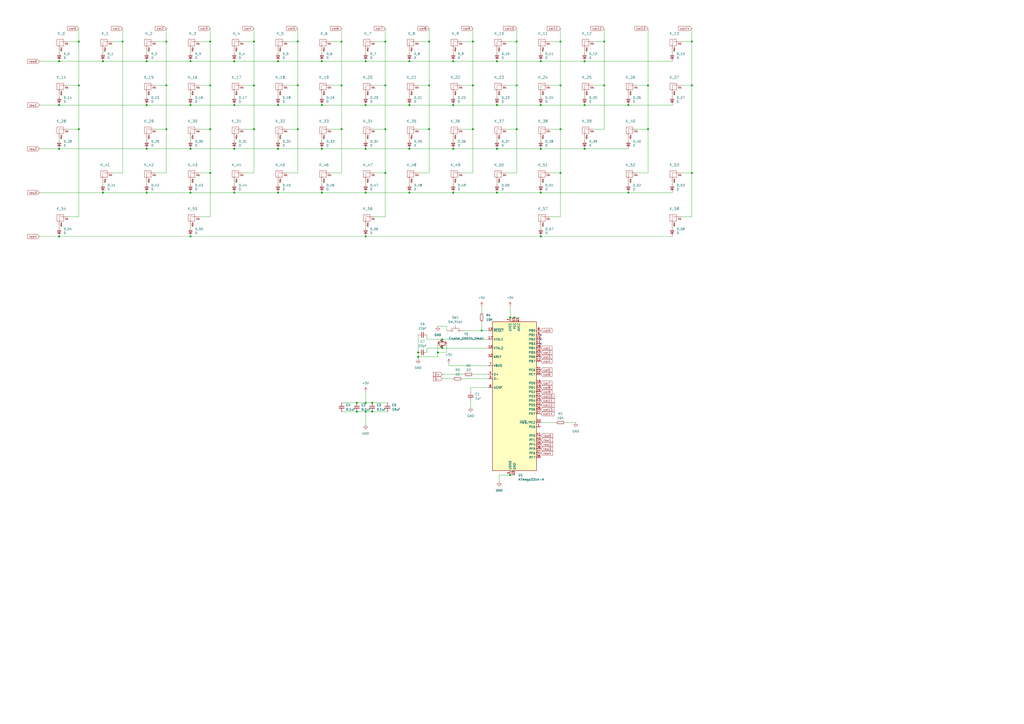
<source format=kicad_sch>
(kicad_sch (version 20231120) (generator "eeschema") (generator_version "8.0")
  (paper "A2")
  (junction (at 298.45 184.15))
  (junction (at 59.69 111.76))
  (junction (at 254 204.47))
  (junction (at 274.32 49.53))
  (junction (at 248.92 24.13))
  (junction (at 350.52 49.53))
  (junction (at 242.57 207.01))
  (junction (at 223.52 74.93))
  (junction (at 172.72 74.93))
  (junction (at 172.72 49.53))
  (junction (at 135.89 35.56))
  (junction (at 325.12 100.33))
  (junction (at 147.32 24.13))
  (junction (at 135.89 86.36))
  (junction (at 121.92 24.13))
  (junction (at 212.09 86.36))
  (junction (at 34.29 86.36))
  (junction (at 215.9 238.76))
  (junction (at 212.09 137.16))
  (junction (at 299.72 24.13))
  (junction (at 279.4 191.77))
  (junction (at 248.92 74.93))
  (junction (at 96.52 74.93))
  (junction (at 85.09 60.96))
  (junction (at 186.69 86.36))
  (junction (at 295.91 184.15))
  (junction (at 350.52 24.13))
  (junction (at 34.29 60.96))
  (junction (at 121.92 74.93))
  (junction (at 186.69 111.76))
  (junction (at 299.72 74.93))
  (junction (at 375.92 49.53))
  (junction (at 198.12 49.53))
  (junction (at 223.52 100.33))
  (junction (at 110.49 137.16))
  (junction (at 172.72 24.13))
  (junction (at 212.09 233.68))
  (junction (at 364.49 111.76))
  (junction (at 248.92 49.53))
  (junction (at 313.69 111.76))
  (junction (at 339.09 35.56))
  (junction (at 313.69 137.16))
  (junction (at 237.49 86.36))
  (junction (at 401.32 24.13))
  (junction (at 147.32 74.93))
  (junction (at 262.89 35.56))
  (junction (at 325.12 49.53))
  (junction (at 121.92 100.33))
  (junction (at 207.01 233.68))
  (junction (at 295.91 275.59))
  (junction (at 262.89 111.76))
  (junction (at 375.92 74.93))
  (junction (at 186.69 35.56))
  (junction (at 45.72 24.13))
  (junction (at 147.32 49.53))
  (junction (at 313.69 35.56))
  (junction (at 110.49 86.36))
  (junction (at 135.89 111.76))
  (junction (at 96.52 24.13))
  (junction (at 110.49 60.96))
  (junction (at 313.69 86.36))
  (junction (at 59.69 35.56))
  (junction (at 45.72 74.93))
  (junction (at 237.49 35.56))
  (junction (at 34.29 137.16))
  (junction (at 237.49 60.96))
  (junction (at 339.09 60.96))
  (junction (at 288.29 111.76))
  (junction (at 262.89 60.96))
  (junction (at 339.09 86.36))
  (junction (at 212.09 60.96))
  (junction (at 274.32 74.93))
  (junction (at 198.12 74.93))
  (junction (at 186.69 60.96))
  (junction (at 110.49 111.76))
  (junction (at 364.49 60.96))
  (junction (at 161.29 111.76))
  (junction (at 262.89 86.36))
  (junction (at 85.09 35.56))
  (junction (at 110.49 35.56))
  (junction (at 256.54 196.85))
  (junction (at 198.12 24.13))
  (junction (at 161.29 86.36))
  (junction (at 325.12 74.93))
  (junction (at 212.09 111.76))
  (junction (at 256.54 201.93))
  (junction (at 299.72 49.53))
  (junction (at 401.32 100.33))
  (junction (at 401.32 49.53))
  (junction (at 161.29 60.96))
  (junction (at 215.9 233.68))
  (junction (at 207.01 238.76))
  (junction (at 96.52 49.53))
  (junction (at 161.29 35.56))
  (junction (at 242.57 204.47))
  (junction (at 325.12 24.13))
  (junction (at 135.89 60.96))
  (junction (at 121.92 49.53))
  (junction (at 223.52 24.13))
  (junction (at 288.29 86.36))
  (junction (at 237.49 111.76))
  (junction (at 274.32 24.13))
  (junction (at 85.09 86.36))
  (junction (at 223.52 49.53))
  (junction (at 313.69 60.96))
  (junction (at 45.72 49.53))
  (junction (at 212.09 238.76))
  (junction (at 288.29 35.56))
  (junction (at 288.29 60.96))
  (junction (at 71.12 24.13))
  (junction (at 85.09 111.76))
  (junction (at 34.29 35.56))
  (junction (at 212.09 35.56))
  (no_connect (at 313.69 194.31))
  (no_connect (at 313.69 199.39))
  (no_connect (at 313.69 196.85))
  (wire (pts (xy 140.97 49.53) (xy 147.32 49.53)))
  (wire (pts (xy 135.89 86.36) (xy 161.29 86.36)))
  (wire (pts (xy 313.69 54.61) (xy 313.69 55.88)))
  (wire (pts (xy 85.09 105.41) (xy 85.09 106.68)))
  (wire (pts (xy 135.89 29.21) (xy 135.89 30.48)))
  (wire (pts (xy 313.69 111.76) (xy 364.49 111.76)))
  (wire (pts (xy 288.29 111.76) (xy 313.69 111.76)))
  (wire (pts (xy 217.17 49.53) (xy 223.52 49.53)))
  (wire (pts (xy 212.09 54.61) (xy 212.09 55.88)))
  (wire (pts (xy 313.69 245.11) (xy 322.58 245.11)))
  (wire (pts (xy 34.29 130.81) (xy 34.29 132.08)))
  (wire (pts (xy 110.49 86.36) (xy 135.89 86.36)))
  (wire (pts (xy 313.69 60.96) (xy 339.09 60.96)))
  (wire (pts (xy 34.29 35.56) (xy 59.69 35.56)))
  (wire (pts (xy 237.49 80.01) (xy 237.49 81.28)))
  (wire (pts (xy 186.69 80.01) (xy 186.69 81.28)))
  (wire (pts (xy 223.52 100.33) (xy 223.52 74.93)))
  (wire (pts (xy 256.54 217.17) (xy 269.24 217.17)))
  (wire (pts (xy 237.49 60.96) (xy 262.89 60.96)))
  (wire (pts (xy 299.72 24.13) (xy 299.72 49.53)))
  (wire (pts (xy 172.72 16.51) (xy 172.72 24.13)))
  (wire (pts (xy 394.97 24.13) (xy 401.32 24.13)))
  (wire (pts (xy 147.32 74.93) (xy 147.32 49.53)))
  (wire (pts (xy 344.17 74.93) (xy 350.52 74.93)))
  (wire (pts (xy 369.57 74.93) (xy 375.92 74.93)))
  (wire (pts (xy 313.69 29.21) (xy 313.69 30.48)))
  (wire (pts (xy 293.37 74.93) (xy 299.72 74.93)))
  (wire (pts (xy 186.69 29.21) (xy 186.69 30.48)))
  (wire (pts (xy 172.72 100.33) (xy 172.72 74.93)))
  (wire (pts (xy 161.29 105.41) (xy 161.29 106.68)))
  (wire (pts (xy 110.49 105.41) (xy 110.49 106.68)))
  (wire (pts (xy 369.57 100.33) (xy 375.92 100.33)))
  (wire (pts (xy 166.37 24.13) (xy 172.72 24.13)))
  (wire (pts (xy 161.29 80.01) (xy 161.29 81.28)))
  (wire (pts (xy 172.72 74.93) (xy 172.72 49.53)))
  (wire (pts (xy 274.32 217.17) (xy 283.21 217.17)))
  (wire (pts (xy 237.49 29.21) (xy 237.49 30.48)))
  (wire (pts (xy 267.97 49.53) (xy 274.32 49.53)))
  (wire (pts (xy 256.54 201.93) (xy 283.21 201.93)))
  (wire (pts (xy 259.08 189.23) (xy 254 189.23)))
  (wire (pts (xy 135.89 54.61) (xy 135.89 55.88)))
  (wire (pts (xy 262.89 80.01) (xy 262.89 81.28)))
  (wire (pts (xy 364.49 80.01) (xy 364.49 81.28)))
  (wire (pts (xy 288.29 54.61) (xy 288.29 55.88)))
  (wire (pts (xy 186.69 111.76) (xy 212.09 111.76)))
  (wire (pts (xy 212.09 86.36) (xy 237.49 86.36)))
  (wire (pts (xy 135.89 35.56) (xy 161.29 35.56)))
  (wire (pts (xy 369.57 49.53) (xy 375.92 49.53)))
  (wire (pts (xy 256.54 196.85) (xy 283.21 196.85)))
  (wire (pts (xy 318.77 100.33) (xy 325.12 100.33)))
  (wire (pts (xy 262.89 35.56) (xy 288.29 35.56)))
  (wire (pts (xy 223.52 24.13) (xy 223.52 49.53)))
  (wire (pts (xy 115.57 100.33) (xy 121.92 100.33)))
  (wire (pts (xy 389.89 29.21) (xy 389.89 30.48)))
  (wire (pts (xy 90.17 74.93) (xy 96.52 74.93)))
  (wire (pts (xy 85.09 60.96) (xy 110.49 60.96)))
  (wire (pts (xy 85.09 111.76) (xy 110.49 111.76)))
  (wire (pts (xy 401.32 100.33) (xy 401.32 49.53)))
  (wire (pts (xy 293.37 49.53) (xy 299.72 49.53)))
  (wire (pts (xy 248.92 100.33) (xy 248.92 74.93)))
  (wire (pts (xy 295.91 275.59) (xy 289.56 275.59)))
  (wire (pts (xy 262.89 60.96) (xy 288.29 60.96)))
  (wire (pts (xy 394.97 100.33) (xy 401.32 100.33)))
  (wire (pts (xy 262.89 54.61) (xy 262.89 55.88)))
  (wire (pts (xy 375.92 16.51) (xy 375.92 49.53)))
  (wire (pts (xy 121.92 100.33) (xy 121.92 74.93)))
  (wire (pts (xy 59.69 105.41) (xy 59.69 106.68)))
  (wire (pts (xy 135.89 105.41) (xy 135.89 106.68)))
  (wire (pts (xy 191.77 24.13) (xy 198.12 24.13)))
  (wire (pts (xy 147.32 24.13) (xy 147.32 49.53)))
  (wire (pts (xy 344.17 49.53) (xy 350.52 49.53)))
  (wire (pts (xy 293.37 24.13) (xy 299.72 24.13)))
  (wire (pts (xy 223.52 16.51) (xy 223.52 24.13)))
  (wire (pts (xy 39.37 74.93) (xy 45.72 74.93)))
  (wire (pts (xy 212.09 111.76) (xy 237.49 111.76)))
  (wire (pts (xy 110.49 111.76) (xy 135.89 111.76)))
  (wire (pts (xy 269.24 191.77) (xy 279.4 191.77)))
  (wire (pts (xy 96.52 16.51) (xy 96.52 24.13)))
  (wire (pts (xy 364.49 54.61) (xy 364.49 55.88)))
  (wire (pts (xy 45.72 24.13) (xy 45.72 49.53)))
  (wire (pts (xy 313.69 80.01) (xy 313.69 81.28)))
  (wire (pts (xy 121.92 24.13) (xy 121.92 49.53)))
  (wire (pts (xy 161.29 29.21) (xy 161.29 30.48)))
  (wire (pts (xy 242.57 207.01) (xy 254 207.01)))
  (wire (pts (xy 147.32 16.51) (xy 147.32 24.13)))
  (wire (pts (xy 242.57 194.31) (xy 242.57 204.47)))
  (wire (pts (xy 39.37 125.73) (xy 45.72 125.73)))
  (wire (pts (xy 212.09 233.68) (xy 215.9 233.68)))
  (wire (pts (xy 242.57 74.93) (xy 248.92 74.93)))
  (wire (pts (xy 274.32 16.51) (xy 274.32 24.13)))
  (wire (pts (xy 90.17 24.13) (xy 96.52 24.13)))
  (wire (pts (xy 299.72 100.33) (xy 299.72 74.93)))
  (wire (pts (xy 401.32 24.13) (xy 401.32 49.53)))
  (wire (pts (xy 217.17 74.93) (xy 223.52 74.93)))
  (wire (pts (xy 110.49 137.16) (xy 212.09 137.16)))
  (wire (pts (xy 22.86 60.96) (xy 34.29 60.96)))
  (wire (pts (xy 85.09 86.36) (xy 110.49 86.36)))
  (wire (pts (xy 90.17 100.33) (xy 96.52 100.33)))
  (wire (pts (xy 223.52 74.93) (xy 223.52 49.53)))
  (wire (pts (xy 375.92 74.93) (xy 375.92 49.53)))
  (wire (pts (xy 110.49 60.96) (xy 135.89 60.96)))
  (wire (pts (xy 198.12 238.76) (xy 207.01 238.76)))
  (wire (pts (xy 254 204.47) (xy 254 207.01)))
  (wire (pts (xy 375.92 100.33) (xy 375.92 74.93)))
  (wire (pts (xy 212.09 80.01) (xy 212.09 81.28)))
  (wire (pts (xy 364.49 111.76) (xy 389.89 111.76)))
  (wire (pts (xy 186.69 54.61) (xy 186.69 55.88)))
  (wire (pts (xy 135.89 60.96) (xy 161.29 60.96)))
  (wire (pts (xy 135.89 80.01) (xy 135.89 81.28)))
  (wire (pts (xy 339.09 80.01) (xy 339.09 81.28)))
  (wire (pts (xy 166.37 74.93) (xy 172.72 74.93)))
  (wire (pts (xy 295.91 184.15) (xy 298.45 184.15)))
  (wire (pts (xy 140.97 24.13) (xy 147.32 24.13)))
  (wire (pts (xy 71.12 24.13) (xy 71.12 100.33)))
  (wire (pts (xy 279.4 177.8) (xy 279.4 181.61)))
  (wire (pts (xy 34.29 86.36) (xy 85.09 86.36)))
  (wire (pts (xy 90.17 49.53) (xy 96.52 49.53)))
  (wire (pts (xy 161.29 60.96) (xy 186.69 60.96)))
  (wire (pts (xy 212.09 238.76) (xy 212.09 246.38)))
  (wire (pts (xy 350.52 74.93) (xy 350.52 49.53)))
  (wire (pts (xy 339.09 60.96) (xy 364.49 60.96)))
  (wire (pts (xy 64.77 24.13) (xy 71.12 24.13)))
  (wire (pts (xy 212.09 105.41) (xy 212.09 106.68)))
  (wire (pts (xy 140.97 74.93) (xy 147.32 74.93)))
  (wire (pts (xy 191.77 49.53) (xy 198.12 49.53)))
  (wire (pts (xy 274.32 74.93) (xy 274.32 49.53)))
  (wire (pts (xy 273.05 232.41) (xy 273.05 236.22)))
  (wire (pts (xy 71.12 16.51) (xy 71.12 24.13)))
  (wire (pts (xy 262.89 105.41) (xy 262.89 106.68)))
  (wire (pts (xy 325.12 74.93) (xy 325.12 49.53)))
  (wire (pts (xy 283.21 212.09) (xy 260.35 212.09)))
  (wire (pts (xy 85.09 80.01) (xy 85.09 81.28)))
  (wire (pts (xy 394.97 125.73) (xy 401.32 125.73)))
  (wire (pts (xy 339.09 86.36) (xy 364.49 86.36)))
  (wire (pts (xy 217.17 100.33) (xy 223.52 100.33)))
  (wire (pts (xy 22.86 137.16) (xy 34.29 137.16)))
  (wire (pts (xy 325.12 100.33) (xy 325.12 74.93)))
  (wire (pts (xy 339.09 29.21) (xy 339.09 30.48)))
  (wire (pts (xy 318.77 74.93) (xy 325.12 74.93)))
  (wire (pts (xy 318.77 49.53) (xy 325.12 49.53)))
  (wire (pts (xy 313.69 137.16) (xy 389.89 137.16)))
  (wire (pts (xy 34.29 29.21) (xy 34.29 30.48)))
  (wire (pts (xy 110.49 29.21) (xy 110.49 30.48)))
  (wire (pts (xy 45.72 16.51) (xy 45.72 24.13)))
  (wire (pts (xy 96.52 100.33) (xy 96.52 74.93)))
  (wire (pts (xy 350.52 16.51) (xy 350.52 24.13)))
  (wire (pts (xy 242.57 100.33) (xy 248.92 100.33)))
  (wire (pts (xy 186.69 60.96) (xy 212.09 60.96)))
  (wire (pts (xy 288.29 105.41) (xy 288.29 106.68)))
  (wire (pts (xy 267.97 74.93) (xy 274.32 74.93)))
  (wire (pts (xy 115.57 49.53) (xy 121.92 49.53)))
  (wire (pts (xy 110.49 80.01) (xy 110.49 81.28)))
  (wire (pts (xy 166.37 49.53) (xy 172.72 49.53)))
  (wire (pts (xy 237.49 86.36) (xy 262.89 86.36)))
  (wire (pts (xy 161.29 86.36) (xy 186.69 86.36)))
  (wire (pts (xy 115.57 24.13) (xy 121.92 24.13)))
  (wire (pts (xy 248.92 74.93) (xy 248.92 49.53)))
  (wire (pts (xy 274.32 100.33) (xy 274.32 74.93)))
  (wire (pts (xy 96.52 74.93) (xy 96.52 49.53)))
  (wire (pts (xy 85.09 35.56) (xy 110.49 35.56)))
  (wire (pts (xy 217.17 24.13) (xy 223.52 24.13)))
  (wire (pts (xy 298.45 184.15) (xy 300.99 184.15)))
  (wire (pts (xy 313.69 105.41) (xy 313.69 106.68)))
  (wire (pts (xy 325.12 24.13) (xy 325.12 49.53)))
  (wire (pts (xy 22.86 111.76) (xy 59.69 111.76)))
  (wire (pts (xy 389.89 54.61) (xy 389.89 55.88)))
  (wire (pts (xy 274.32 24.13) (xy 274.32 49.53)))
  (wire (pts (xy 339.09 35.56) (xy 389.89 35.56)))
  (wire (pts (xy 237.49 111.76) (xy 262.89 111.76)))
  (wire (pts (xy 161.29 35.56) (xy 186.69 35.56)))
  (wire (pts (xy 39.37 49.53) (xy 45.72 49.53)))
  (wire (pts (xy 39.37 24.13) (xy 45.72 24.13)))
  (wire (pts (xy 260.35 212.09) (xy 260.35 210.82)))
  (wire (pts (xy 242.57 204.47) (xy 242.57 207.01)))
  (wire (pts (xy 198.12 16.51) (xy 198.12 24.13)))
  (wire (pts (xy 267.97 24.13) (xy 274.32 24.13)))
  (wire (pts (xy 212.09 35.56) (xy 237.49 35.56)))
  (wire (pts (xy 186.69 35.56) (xy 212.09 35.56)))
  (wire (pts (xy 121.92 16.51) (xy 121.92 24.13)))
  (wire (pts (xy 288.29 35.56) (xy 313.69 35.56)))
  (wire (pts (xy 299.72 74.93) (xy 299.72 49.53)))
  (wire (pts (xy 212.09 137.16) (xy 313.69 137.16)))
  (wire (pts (xy 242.57 207.01) (xy 242.57 208.28)))
  (wire (pts (xy 318.77 24.13) (xy 325.12 24.13)))
  (wire (pts (xy 110.49 54.61) (xy 110.49 55.88)))
  (wire (pts (xy 288.29 80.01) (xy 288.29 81.28)))
  (wire (pts (xy 147.32 100.33) (xy 147.32 74.93)))
  (wire (pts (xy 262.89 86.36) (xy 288.29 86.36)))
  (wire (pts (xy 59.69 111.76) (xy 85.09 111.76)))
  (wire (pts (xy 96.52 24.13) (xy 96.52 49.53)))
  (wire (pts (xy 64.77 100.33) (xy 71.12 100.33)))
  (wire (pts (xy 237.49 35.56) (xy 262.89 35.56)))
  (wire (pts (xy 215.9 238.76) (xy 224.79 238.76)))
  (wire (pts (xy 198.12 100.33) (xy 198.12 74.93)))
  (wire (pts (xy 394.97 49.53) (xy 401.32 49.53)))
  (wire (pts (xy 237.49 54.61) (xy 237.49 55.88)))
  (wire (pts (xy 364.49 60.96) (xy 389.89 60.96)))
  (wire (pts (xy 207.01 233.68) (xy 212.09 233.68)))
  (wire (pts (xy 401.32 125.73) (xy 401.32 100.33)))
  (wire (pts (xy 166.37 100.33) (xy 172.72 100.33)))
  (wire (pts (xy 242.57 24.13) (xy 248.92 24.13)))
  (wire (pts (xy 207.01 238.76) (xy 212.09 238.76)))
  (wire (pts (xy 135.89 111.76) (xy 161.29 111.76)))
  (wire (pts (xy 273.05 224.79) (xy 283.21 224.79)))
  (wire (pts (xy 22.86 35.56) (xy 34.29 35.56)))
  (wire (pts (xy 212.09 130.81) (xy 212.09 132.08)))
  (wire (pts (xy 191.77 100.33) (xy 198.12 100.33)))
  (wire (pts (xy 288.29 29.21) (xy 288.29 30.48)))
  (wire (pts (xy 186.69 105.41) (xy 186.69 106.68)))
  (wire (pts (xy 339.09 54.61) (xy 339.09 55.88)))
  (wire (pts (xy 34.29 60.96) (xy 85.09 60.96)))
  (wire (pts (xy 247.65 201.93) (xy 256.54 201.93)))
  (wire (pts (xy 259.08 191.77) (xy 259.08 189.23)))
  (wire (pts (xy 115.57 74.93) (xy 121.92 74.93)))
  (wire (pts (xy 279.4 186.69) (xy 279.4 191.77)))
  (wire (pts (xy 121.92 125.73) (xy 121.92 100.33)))
  (wire (pts (xy 212.09 227.33) (xy 212.09 233.68)))
  (wire (pts (xy 267.97 219.71) (xy 283.21 219.71)))
  (wire (pts (xy 242.57 49.53) (xy 248.92 49.53)))
  (wire (pts (xy 34.29 54.61) (xy 34.29 55.88)))
  (wire (pts (xy 259.08 204.47) (xy 254 204.47)))
  (wire (pts (xy 59.69 35.56) (xy 85.09 35.56)))
  (wire (pts (xy 389.89 130.81) (xy 389.89 132.08)))
  (wire (pts (xy 191.77 74.93) (xy 198.12 74.93)))
  (wire (pts (xy 313.69 86.36) (xy 339.09 86.36)))
  (wire (pts (xy 259.08 199.39) (xy 259.08 204.47)))
  (wire (pts (xy 254 204.47) (xy 254 199.39)))
  (wire (pts (xy 288.29 60.96) (xy 313.69 60.96)))
  (wire (pts (xy 289.56 275.59) (xy 289.56 279.4)))
  (wire (pts (xy 262.89 111.76) (xy 288.29 111.76)))
  (wire (pts (xy 295.91 177.8) (xy 295.91 184.15)))
  (wire (pts (xy 34.29 80.01) (xy 34.29 81.28)))
  (wire (pts (xy 212.09 60.96) (xy 237.49 60.96)))
  (wire (pts (xy 198.12 24.13) (xy 198.12 49.53)))
  (wire (pts (xy 401.32 16.51) (xy 401.32 24.13)))
  (wire (pts (xy 237.49 105.41) (xy 237.49 106.68)))
  (wire (pts (xy 85.09 54.61) (xy 85.09 55.88)))
  (wire (pts (xy 267.97 100.33) (xy 274.32 100.33)))
  (wire (pts (xy 325.12 125.73) (xy 325.12 100.33)))
  (wire (pts (xy 198.12 74.93) (xy 198.12 49.53)))
  (wire (pts (xy 248.92 24.13) (xy 248.92 49.53)))
  (wire (pts (xy 344.17 24.13) (xy 350.52 24.13)))
  (wire (pts (xy 110.49 35.56) (xy 135.89 35.56)))
  (wire (pts (xy 325.12 16.51) (xy 325.12 24.13)))
  (wire (pts (xy 215.9 233.68) (xy 224.79 233.68)))
  (wire (pts (xy 279.4 191.77) (xy 283.21 191.77)))
  (wire (pts (xy 313.69 130.81) (xy 313.69 132.08)))
  (wire (pts (xy 110.49 130.81) (xy 110.49 132.08)))
  (wire (pts (xy 262.89 29.21) (xy 262.89 30.48)))
  (wire (pts (xy 85.09 29.21) (xy 85.09 30.48)))
  (wire (pts (xy 212.09 29.21) (xy 212.09 30.48)))
  (wire (pts (xy 256.54 196.85) (xy 247.65 196.85)))
  (wire (pts (xy 318.77 125.73) (xy 325.12 125.73)))
  (wire (pts (xy 247.65 204.47) (xy 247.65 201.93)))
  (wire (pts (xy 172.72 24.13) (xy 172.72 49.53)))
  (wire (pts (xy 45.72 74.93) (xy 45.72 49.53)))
  (wire (pts (xy 247.65 196.85) (xy 247.65 194.31)))
  (wire (pts (xy 327.66 245.11) (xy 334.01 245.11)))
  (wire (pts (xy 313.69 35.56) (xy 339.09 35.56)))
  (wire (pts (xy 350.52 24.13) (xy 350.52 49.53)))
  (wire (pts (xy 161.29 111.76) (xy 186.69 111.76)))
  (wire (pts (xy 59.69 29.21) (xy 59.69 30.48)))
  (wire (pts (xy 389.89 105.41) (xy 389.89 106.68)))
  (wire (pts (xy 273.05 227.33) (xy 273.05 224.79)))
  (wire (pts (xy 140.97 100.33) (xy 147.32 100.33)))
  (wire (pts (xy 198.12 233.68) (xy 207.01 233.68)))
  (wire (pts (xy 217.17 125.73) (xy 223.52 125.73)))
  (wire (pts (xy 364.49 105.41) (xy 364.49 106.68)))
  (wire (pts (xy 298.45 275.59) (xy 295.91 275.59)))
  (wire (pts (xy 34.29 137.16) (xy 110.49 137.16)))
  (wire (pts (xy 288.29 86.36) (xy 313.69 86.36)))
  (wire (pts (xy 212.09 238.76) (xy 215.9 238.76)))
  (wire (pts (xy 293.37 100.33) (xy 299.72 100.33)))
  (wire (pts (xy 22.86 86.36) (xy 34.29 86.36)))
  (wire (pts (xy 186.69 86.36) (xy 212.09 86.36)))
  (wire (pts (xy 121.92 74.93) (xy 121.92 49.53)))
  (wire (pts (xy 299.72 16.51) (xy 299.72 24.13)))
  (wire (pts (xy 115.57 125.73) (xy 121.92 125.73)))
  (wire (pts (xy 161.29 54.61) (xy 161.29 55.88)))
  (wire (pts (xy 223.52 125.73) (xy 223.52 100.33)))
  (wire (pts (xy 248.92 16.51) (xy 248.92 24.13)))
  (wire (pts (xy 256.54 219.71) (xy 262.89 219.71)))
  (wire (pts (xy 45.72 125.73) (xy 45.72 74.93)))
  (global_label "col13" (shape input) (at 313.69 237.49 0) (property "Intersheetrefs" "${INTERSHEET_REFS}" (effects (hide yes))))
  (global_label "col9" (shape input) (at 274.32 16.51 180) (property "Intersheetrefs" "${INTERSHEET_REFS}" (effects (hide yes))))
  (global_label "row4" (shape input) (at 22.86 137.16 180) (property "Intersheetrefs" "${INTERSHEET_REFS}" (effects (hide yes))))
  (global_label "col1" (shape input) (at 313.69 201.93 0) (property "Intersheetrefs" "${INTERSHEET_REFS}" (effects (hide yes))))
  (global_label "col12" (shape input) (at 350.52 16.51 180) (property "Intersheetrefs" "${INTERSHEET_REFS}" (effects (hide yes))))
  (global_label "col3" (shape input) (at 121.92 16.51 180) (property "Intersheetrefs" "${INTERSHEET_REFS}" (effects (hide yes))))
  (global_label "col6" (shape input) (at 198.12 16.51 180) (property "Intersheetrefs" "${INTERSHEET_REFS}" (effects (hide yes))))
  (global_label "row1" (shape input) (at 22.86 60.96 180) (property "Intersheetrefs" "${INTERSHEET_REFS}" (effects (hide yes))))
  (global_label "row0" (shape input) (at 22.86 35.56 180) (property "Intersheetrefs" "${INTERSHEET_REFS}" (effects (hide yes))))
  (global_label "row3" (shape input) (at 22.86 111.76 180) (property "Intersheetrefs" "${INTERSHEET_REFS}" (effects (hide yes))))
  (global_label "col2" (shape input) (at 96.52 16.51 180) (property "Intersheetrefs" "${INTERSHEET_REFS}" (effects (hide yes))))
  (global_label "col7" (shape input) (at 223.52 16.51 180) (property "Intersheetrefs" "${INTERSHEET_REFS}" (effects (hide yes))))
  (global_label "col4" (shape input) (at 147.32 16.51 180) (property "Intersheetrefs" "${INTERSHEET_REFS}" (effects (hide yes))))
  (global_label "col1" (shape input) (at 71.12 16.51 180) (property "Intersheetrefs" "${INTERSHEET_REFS}" (effects (hide yes))))
  (global_label "col3" (shape input) (at 313.69 207.01 0) (property "Intersheetrefs" "${INTERSHEET_REFS}" (effects (hide yes))))
  (global_label "col14" (shape input) (at 313.69 240.03 0) (property "Intersheetrefs" "${INTERSHEET_REFS}" (effects (hide yes))))
  (global_label "col5" (shape input) (at 313.69 214.63 0) (property "Intersheetrefs" "${INTERSHEET_REFS}" (effects (hide yes))))
  (global_label "row3" (shape input) (at 313.69 260.35 0) (property "Intersheetrefs" "${INTERSHEET_REFS}" (effects (hide yes))))
  (global_label "row1" (shape input) (at 313.69 255.27 0) (property "Intersheetrefs" "${INTERSHEET_REFS}" (effects (hide yes))))
  (global_label "col12" (shape input) (at 313.69 234.95 0) (property "Intersheetrefs" "${INTERSHEET_REFS}" (effects (hide yes))))
  (global_label "col2" (shape input) (at 313.69 204.47 0) (property "Intersheetrefs" "${INTERSHEET_REFS}" (effects (hide yes))))
  (global_label "col5" (shape input) (at 172.72 16.51 180) (property "Intersheetrefs" "${INTERSHEET_REFS}" (effects (hide yes))))
  (global_label "col10" (shape input) (at 299.72 16.51 180) (property "Intersheetrefs" "${INTERSHEET_REFS}" (effects (hide yes))))
  (global_label "col8" (shape input) (at 313.69 224.79 0) (property "Intersheetrefs" "${INTERSHEET_REFS}" (effects (hide yes))))
  (global_label "col6" (shape input) (at 313.69 217.17 0) (property "Intersheetrefs" "${INTERSHEET_REFS}" (effects (hide yes))))
  (global_label "D-" (shape input) (at 256.54 219.71 180) (property "Intersheetrefs" "${INTERSHEET_REFS}" (effects (hide yes))))
  (global_label "col10" (shape input) (at 313.69 229.87 0) (property "Intersheetrefs" "${INTERSHEET_REFS}" (effects (hide yes))))
  (global_label "col0" (shape input) (at 313.69 191.77 0) (property "Intersheetrefs" "${INTERSHEET_REFS}" (effects (hide yes))))
  (global_label "col4" (shape input) (at 313.69 209.55 0) (property "Intersheetrefs" "${INTERSHEET_REFS}" (effects (hide yes))))
  (global_label "row2" (shape input) (at 22.86 86.36 180) (property "Intersheetrefs" "${INTERSHEET_REFS}" (effects (hide yes))))
  (global_label "D+" (shape input) (at 256.54 217.17 180) (property "Intersheetrefs" "${INTERSHEET_REFS}" (effects (hide yes))))
  (global_label "col7" (shape input) (at 313.69 222.25 0) (property "Intersheetrefs" "${INTERSHEET_REFS}" (effects (hide yes))))
  (global_label "row0" (shape input) (at 313.69 252.73 0) (property "Intersheetrefs" "${INTERSHEET_REFS}" (effects (hide yes))))
  (global_label "col8" (shape input) (at 248.92 16.51 180) (property "Intersheetrefs" "${INTERSHEET_REFS}" (effects (hide yes))))
  (global_label "col13" (shape input) (at 375.92 16.51 180) (property "Intersheetrefs" "${INTERSHEET_REFS}" (effects (hide yes))))
  (global_label "col11" (shape input) (at 325.12 16.51 180) (property "Intersheetrefs" "${INTERSHEET_REFS}" (effects (hide yes))))
  (global_label "col9" (shape input) (at 313.69 227.33 0) (property "Intersheetrefs" "${INTERSHEET_REFS}" (effects (hide yes))))
  (global_label "row2" (shape input) (at 313.69 257.81 0) (property "Intersheetrefs" "${INTERSHEET_REFS}" (effects (hide yes))))
  (global_label "row4" (shape input) (at 313.69 262.89 0) (property "Intersheetrefs" "${INTERSHEET_REFS}" (effects (hide yes))))
  (global_label "col0" (shape input) (at 45.72 16.51 180) (property "Intersheetrefs" "${INTERSHEET_REFS}" (effects (hide yes))))
  (global_label "col11" (shape input) (at 313.69 232.41 0) (property "Intersheetrefs" "${INTERSHEET_REFS}" (effects (hide yes))))
  (global_label "col14" (shape input) (at 401.32 16.51 180) (property "Intersheetrefs" "${INTERSHEET_REFS}" (effects (hide yes))))
  (symbol (lib_id "Device:D_Small") (at 389.89 134.62 90) (unit 1)
    (property "Reference" "D_58" (at 392.43 132.842 90) (effects (justify right)))
    (property "Value" "D" (at 392.43 135.128 90) (effects (justify right)))
    (property "Footprint" "Diode_SMD:D_SOD-123" (effects (hide yes)))
  )
  (symbol (lib_id "Device:D_Small") (at 288.29 33.02 90) (unit 1)
    (property "Reference" "D_10" (at 290.83 31.242 90) (effects (justify right)))
    (property "Value" "D" (at 290.83 33.528 90) (effects (justify right)))
    (property "Footprint" "Diode_SMD:D_SOD-123" (effects (hide yes)))
  )
  (symbol (lib_id "power:+5V") (at 260.35 210.82 0) (unit 1)
    (property "Reference" "#PWR07" (effects (hide yes)))
    (property "Value" "+5V" (at 260.35 205.74 0))
    (property "Description" "Power symbol creates a global label with name \"+5V\"" (effects (hide yes)))
  )
  (symbol (lib_id "MX_Alps_Hybrid:MX-NoLED") (at 238.76 50.8 0) (unit 1)
    (property "Reference" "K_21" (at 238.76 44.8818 0) (effects (font (size 1.524 1.524))))
    (property "Value" "KEYSW" (effects (hide yes)))
    (property "Footprint" "MX_Alps_Hybrid:MX-1U-NoLED" (effects (hide yes)))
  )
  (symbol (lib_id "MX_Alps_Hybrid:MX-NoLED") (at 314.96 50.8 0) (unit 1)
    (property "Reference" "K_24" (at 314.96 44.8818 0) (effects (font (size 1.524 1.524))))
    (property "Value" "KEYSW" (effects (hide yes)))
    (property "Footprint" "MX_Alps_Hybrid:MX-1U-NoLED" (effects (hide yes)))
  )
  (symbol (lib_id "MX_Alps_Hybrid:MX-NoLED") (at 264.16 25.4 0) (unit 1)
    (property "Reference" "K_9" (at 264.16 19.4818 0) (effects (font (size 1.524 1.524))))
    (property "Value" "KEYSW" (effects (hide yes)))
    (property "Footprint" "MX_Alps_Hybrid:MX-1U-NoLED" (effects (hide yes)))
  )
  (symbol (lib_id "Device:D_Small") (at 85.09 58.42 90) (unit 1)
    (property "Reference" "D_15" (at 87.63 56.642 90) (effects (justify right)))
    (property "Value" "D" (at 87.63 58.928 90) (effects (justify right)))
    (property "Footprint" "Diode_SMD:D_SOD-123" (effects (hide yes)))
  )
  (symbol (lib_id "MX_Alps_Hybrid:MX-NoLED") (at 340.36 50.8 0) (unit 1)
    (property "Reference" "K_25" (at 340.36 44.8818 0) (effects (font (size 1.524 1.524))))
    (property "Value" "KEYSW" (effects (hide yes)))
    (property "Footprint" "MX_Alps_Hybrid:MX-1U-NoLED" (effects (hide yes)))
  )
  (symbol (lib_id "Device:D_Small") (at 85.09 83.82 90) (unit 1)
    (property "Reference" "D_29" (at 87.63 82.042 90) (effects (justify right)))
    (property "Value" "D" (at 87.63 84.328 90) (effects (justify right)))
    (property "Footprint" "Diode_SMD:D_SOD-123" (effects (hide yes)))
  )
  (symbol (lib_id "power:GND") (at 289.56 279.4 0) (unit 1)
    (property "Reference" "#PWR02" (effects (hide yes)))
    (property "Value" "GND" (at 289.56 284.48 0))
    (property "Description" "Power symbol creates a global label with name \"GND\" , ground" (effects (hide yes)))
  )
  (symbol (lib_id "Device:D_Small") (at 389.89 33.02 90) (unit 1)
    (property "Reference" "D_13" (at 392.43 31.242 90) (effects (justify right)))
    (property "Value" "D" (at 392.43 33.528 90) (effects (justify right)))
    (property "Footprint" "Diode_SMD:D_SOD-123" (effects (hide yes)))
  )
  (symbol (lib_id "MX_Alps_Hybrid:MX-NoLED") (at 340.36 76.2 0) (unit 1)
    (property "Reference" "K_39" (at 340.36 70.2818 0) (effects (font (size 1.524 1.524))))
    (property "Value" "KEYSW" (effects (hide yes)))
    (property "Footprint" "MX_Alps_Hybrid:MX-1U-NoLED" (effects (hide yes)))
  )
  (symbol (lib_id "MX_Alps_Hybrid:MX-NoLED") (at 86.36 50.8 0) (unit 1)
    (property "Reference" "K_15" (at 86.36 44.8818 0) (effects (font (size 1.524 1.524))))
    (property "Value" "KEYSW" (effects (hide yes)))
    (property "Footprint" "MX_Alps_Hybrid:MX-1U-NoLED" (effects (hide yes)))
  )
  (symbol (lib_id "Device:D_Small") (at 237.49 58.42 90) (unit 1)
    (property "Reference" "D_21" (at 240.03 56.642 90) (effects (justify right)))
    (property "Value" "D" (at 240.03 58.928 90) (effects (justify right)))
    (property "Footprint" "Diode_SMD:D_SOD-123" (effects (hide yes)))
  )
  (symbol (lib_id "MX_Alps_Hybrid:MX-NoLED") (at 238.76 76.2 0) (unit 1)
    (property "Reference" "K_35" (at 238.76 70.2818 0) (effects (font (size 1.524 1.524))))
    (property "Value" "KEYSW" (effects (hide yes)))
    (property "Footprint" "MX_Alps_Hybrid:MX-1U-NoLED" (effects (hide yes)))
  )
  (symbol (lib_id "MX_Alps_Hybrid:MX-NoLED") (at 365.76 76.2 0) (unit 1)
    (property "Reference" "K_40" (at 365.76 70.2818 0) (effects (font (size 1.524 1.524))))
    (property "Value" "KEYSW" (effects (hide yes)))
    (property "Footprint" "MX_Alps_Hybrid:MX-2.25U-NoLED" (effects (hide yes)))
  )
  (symbol (lib_id "MX_Alps_Hybrid:MX-NoLED") (at 213.36 50.8 0) (unit 1)
    (property "Reference" "K_20" (at 213.36 44.8818 0) (effects (font (size 1.524 1.524))))
    (property "Value" "KEYSW" (effects (hide yes)))
    (property "Footprint" "MX_Alps_Hybrid:MX-1U-NoLED" (effects (hide yes)))
  )
  (symbol (lib_id "Device:D_Small") (at 135.89 58.42 90) (unit 1)
    (property "Reference" "D_17" (at 138.43 56.642 90) (effects (justify right)))
    (property "Value" "D" (at 138.43 58.928 90) (effects (justify right)))
    (property "Footprint" "Diode_SMD:D_SOD-123" (effects (hide yes)))
  )
  (symbol (lib_id "Device:D_Small") (at 262.89 33.02 90) (unit 1)
    (property "Reference" "D_9" (at 265.43 31.242 90) (effects (justify right)))
    (property "Value" "D" (at 265.43 33.528 90) (effects (justify right)))
    (property "Footprint" "Diode_SMD:D_SOD-123" (effects (hide yes)))
  )
  (symbol (lib_id "MX_Alps_Hybrid:MX-NoLED") (at 86.36 76.2 0) (unit 1)
    (property "Reference" "K_29" (at 86.36 70.2818 0) (effects (font (size 1.524 1.524))))
    (property "Value" "KEYSW" (effects (hide yes)))
    (property "Footprint" "MX_Alps_Hybrid:MX-1U-NoLED" (effects (hide yes)))
  )
  (symbol (lib_id "MX_Alps_Hybrid:MX-NoLED") (at 264.16 101.6 0) (unit 1)
    (property "Reference" "K_49" (at 264.16 95.6818 0) (effects (font (size 1.524 1.524))))
    (property "Value" "KEYSW" (effects (hide yes)))
    (property "Footprint" "MX_Alps_Hybrid:MX-1U-NoLED" (effects (hide yes)))
  )
  (symbol (lib_id "power:GND") (at 212.09 246.38 0) (unit 1)
    (property "Reference" "#PWR05" (effects (hide yes)))
    (property "Value" "GND" (at 212.09 251.46 0))
    (property "Description" "Power symbol creates a global label with name \"GND\" , ground" (effects (hide yes)))
  )
  (symbol (lib_id "Device:R_Small") (at 265.43 219.71 90) (unit 1)
    (property "Reference" "R3" (at 265.43 214.63 90))
    (property "Value" "22" (at 265.43 217.17 90))
    (property "Footprint" "Resistor_SMD:R_0805_2012Metric" (effects (hide yes)))
    (property "Description" "Resistor, small symbol" (effects (hide yes)))
  )
  (symbol (lib_id "MX_Alps_Hybrid:MX-NoLED") (at 213.36 25.4 0) (unit 1)
    (property "Reference" "K_7" (at 213.36 19.4818 0) (effects (font (size 1.524 1.524))))
    (property "Value" "KEYSW" (effects (hide yes)))
    (property "Footprint" "MX_Alps_Hybrid:MX-1U-NoLED" (effects (hide yes)))
  )
  (symbol (lib_id "Device:D_Small") (at 313.69 58.42 90) (unit 1)
    (property "Reference" "D_24" (at 316.23 56.642 90) (effects (justify right)))
    (property "Value" "D" (at 316.23 58.928 90) (effects (justify right)))
    (property "Footprint" "Diode_SMD:D_SOD-123" (effects (hide yes)))
  )
  (symbol (lib_id "Device:D_Small") (at 313.69 109.22 90) (unit 1)
    (property "Reference" "D_51" (at 316.23 107.442 90) (effects (justify right)))
    (property "Value" "D" (at 316.23 109.728 90) (effects (justify right)))
    (property "Footprint" "Diode_SMD:D_SOD-123" (effects (hide yes)))
  )
  (symbol (lib_id "Device:D_Small") (at 110.49 83.82 90) (unit 1)
    (property "Reference" "D_30" (at 113.03 82.042 90) (effects (justify right)))
    (property "Value" "D" (at 113.03 84.328 90) (effects (justify right)))
    (property "Footprint" "Diode_SMD:D_SOD-123" (effects (hide yes)))
  )
  (symbol (lib_id "MX_Alps_Hybrid:MX-NoLED") (at 35.56 25.4 0) (unit 1)
    (property "Reference" "K_0" (at 35.56 19.4818 0) (effects (font (size 1.524 1.524))))
    (property "Value" "KEYSW" (effects (hide yes)))
    (property "Footprint" "MX_Alps_Hybrid:MX-1U-NoLED" (effects (hide yes)))
  )
  (symbol (lib_id "MX_Alps_Hybrid:MX-NoLED") (at 391.16 25.4 0) (unit 1)
    (property "Reference" "K_13" (at 391.16 19.4818 0) (effects (font (size 1.524 1.524))))
    (property "Value" "KEYSW" (effects (hide yes)))
    (property "Footprint" "MX_Alps_Hybrid:MX-2U-NoLED" (effects (hide yes)))
  )
  (symbol (lib_id "power:+5V") (at 212.09 227.33 0) (unit 1)
    (property "Reference" "#PWR06" (effects (hide yes)))
    (property "Value" "+5V" (at 212.09 222.25 0))
    (property "Description" "Power symbol creates a global label with name \"+5V\"" (effects (hide yes)))
  )
  (symbol (lib_id "MX_Alps_Hybrid:MX-NoLED") (at 213.36 76.2 0) (unit 1)
    (property "Reference" "K_34" (at 213.36 70.2818 0) (effects (font (size 1.524 1.524))))
    (property "Value" "KEYSW" (effects (hide yes)))
    (property "Footprint" "MX_Alps_Hybrid:MX-1U-NoLED" (effects (hide yes)))
  )
  (symbol (lib_id "Device:D_Small") (at 161.29 83.82 90) (unit 1)
    (property "Reference" "D_32" (at 163.83 82.042 90) (effects (justify right)))
    (property "Value" "D" (at 163.83 84.328 90) (effects (justify right)))
    (property "Footprint" "Diode_SMD:D_SOD-123" (effects (hide yes)))
  )
  (symbol (lib_id "MX_Alps_Hybrid:MX-NoLED") (at 213.36 101.6 0) (unit 1)
    (property "Reference" "K_47" (at 213.36 95.6818 0) (effects (font (size 1.524 1.524))))
    (property "Value" "KEYSW" (effects (hide yes)))
    (property "Footprint" "MX_Alps_Hybrid:MX-1U-NoLED" (effects (hide yes)))
  )
  (symbol (lib_id "MX_Alps_Hybrid:MX-NoLED") (at 365.76 101.6 0) (unit 1)
    (property "Reference" "K_52" (at 365.76 95.6818 0) (effects (font (size 1.524 1.524))))
    (property "Value" "KEYSW" (effects (hide yes)))
    (property "Footprint" "MX_Alps_Hybrid:MX-1.75U-NoLED" (effects (hide yes)))
  )
  (symbol (lib_id "Device:D_Small") (at 389.89 109.22 90) (unit 1)
    (property "Reference" "D_53" (at 392.43 107.442 90) (effects (justify right)))
    (property "Value" "D" (at 392.43 109.728 90) (effects (justify right)))
    (property "Footprint" "Diode_SMD:D_SOD-123" (effects (hide yes)))
  )
  (symbol (lib_id "MX_Alps_Hybrid:MX-NoLED") (at 111.76 127 0) (unit 1)
    (property "Reference" "K_55" (at 111.76 121.0818 0) (effects (font (size 1.524 1.524))))
    (property "Value" "KEYSW" (effects (hide yes)))
    (property "Footprint" "MX_Alps_Hybrid:MX-1.25U-NoLED" (effects (hide yes)))
  )
  (symbol (lib_id "MX_Alps_Hybrid:MX-NoLED") (at 137.16 25.4 0) (unit 1)
    (property "Reference" "K_4" (at 137.16 19.4818 0) (effects (font (size 1.524 1.524))))
    (property "Value" "KEYSW" (effects (hide yes)))
    (property "Footprint" "MX_Alps_Hybrid:MX-1U-NoLED" (effects (hide yes)))
  )
  (symbol (lib_id "Device:D_Small") (at 313.69 134.62 90) (unit 1)
    (property "Reference" "D_57" (at 316.23 132.842 90) (effects (justify right)))
    (property "Value" "D" (at 316.23 135.128 90) (effects (justify right)))
    (property "Footprint" "Diode_SMD:D_SOD-123" (effects (hide yes)))
  )
  (symbol (lib_id "MX_Alps_Hybrid:MX-NoLED") (at 264.16 50.8 0) (unit 1)
    (property "Reference" "K_22" (at 264.16 44.8818 0) (effects (font (size 1.524 1.524))))
    (property "Value" "KEYSW" (effects (hide yes)))
    (property "Footprint" "MX_Alps_Hybrid:MX-1U-NoLED" (effects (hide yes)))
  )
  (symbol (lib_id "Device:D_Small") (at 212.09 109.22 90) (unit 1)
    (property "Reference" "D_47" (at 214.63 107.442 90) (effects (justify right)))
    (property "Value" "D" (at 214.63 109.728 90) (effects (justify right)))
    (property "Footprint" "Diode_SMD:D_SOD-123" (effects (hide yes)))
  )
  (symbol (lib_id "Device:C_Small") (at 198.12 236.22 0) (unit 1)
    (property "Reference" "C4" (at 200.66 234.9562 0) (effects (justify left)))
    (property "Value" "0.1uF" (at 200.66 237.4962 0) (effects (justify left)))
    (property "Footprint" "Capacitor_SMD:C_0805_2012Metric" (effects (hide yes)))
    (property "Description" "Unpolarized capacitor, small symbol" (effects (hide yes)))
  )
  (symbol (lib_id "MX_Alps_Hybrid:MX-NoLED") (at 187.96 25.4 0) (unit 1)
    (property "Reference" "K_6" (at 187.96 19.4818 0) (effects (font (size 1.524 1.524))))
    (property "Value" "KEYSW" (effects (hide yes)))
    (property "Footprint" "MX_Alps_Hybrid:MX-1U-NoLED" (effects (hide yes)))
  )
  (symbol (lib_id "Device:Crystal_GND24_Small") (at 256.54 199.39 270) (unit 1)
    (property "Reference" "Y1" (at 270.51 193.7698 90))
    (property "Value" "Crystal_GND24_Small" (at 270.51 196.3098 90))
    (property "Footprint" "Crystal:Crystal_SMD_3225-4Pin_3.2x2.5mm" (effects (hide yes)))
    (property "Description" "Four pin crystal, GND on pins 2 and 4, small symbol" (effects (hide yes)))
  )
  (symbol (lib_id "MX_Alps_Hybrid:MX-NoLED") (at 137.16 101.6 0) (unit 1)
    (property "Reference" "K_44" (at 137.16 95.6818 0) (effects (font (size 1.524 1.524))))
    (property "Value" "KEYSW" (effects (hide yes)))
    (property "Footprint" "MX_Alps_Hybrid:MX-1U-NoLED" (effects (hide yes)))
  )
  (symbol (lib_id "MX_Alps_Hybrid:MX-NoLED") (at 35.56 76.2 0) (unit 1)
    (property "Reference" "K_28" (at 35.56 70.2818 0) (effects (font (size 1.524 1.524))))
    (property "Value" "KEYSW" (effects (hide yes)))
    (property "Footprint" "MX_Alps_Hybrid:MX-1.75U-NoLED" (effects (hide yes)))
  )
  (symbol (lib_id "Device:D_Small") (at 339.09 58.42 90) (unit 1)
    (property "Reference" "D_25" (at 341.63 56.642 90) (effects (justify right)))
    (property "Value" "D" (at 341.63 58.928 90) (effects (justify right)))
    (property "Footprint" "Diode_SMD:D_SOD-123" (effects (hide yes)))
  )
  (symbol (lib_id "Device:D_Small") (at 212.09 33.02 90) (unit 1)
    (property "Reference" "D_7" (at 214.63 31.242 90) (effects (justify right)))
    (property "Value" "D" (at 214.63 33.528 90) (effects (justify right)))
    (property "Footprint" "Diode_SMD:D_SOD-123" (effects (hide yes)))
  )
  (symbol (lib_id "MX_Alps_Hybrid:MX-NoLED") (at 137.16 50.8 0) (unit 1)
    (property "Reference" "K_17" (at 137.16 44.8818 0) (effects (font (size 1.524 1.524))))
    (property "Value" "KEYSW" (effects (hide yes)))
    (property "Footprint" "MX_Alps_Hybrid:MX-1U-NoLED" (effects (hide yes)))
  )
  (symbol (lib_id "Device:D_Small") (at 85.09 33.02 90) (unit 1)
    (property "Reference" "D_2" (at 87.63 31.242 90) (effects (justify right)))
    (property "Value" "D" (at 87.63 33.528 90) (effects (justify right)))
    (property "Footprint" "Diode_SMD:D_SOD-123" (effects (hide yes)))
  )
  (symbol (lib_id "Device:D_Small") (at 212.09 83.82 90) (unit 1)
    (property "Reference" "D_34" (at 214.63 82.042 90) (effects (justify right)))
    (property "Value" "D" (at 214.63 84.328 90) (effects (justify right)))
    (property "Footprint" "Diode_SMD:D_SOD-123" (effects (hide yes)))
  )
  (symbol (lib_id "MX_Alps_Hybrid:MX-NoLED") (at 391.16 127 0) (unit 1)
    (property "Reference" "K_58" (at 391.16 121.0818 0) (effects (font (size 1.524 1.524))))
    (property "Value" "KEYSW" (effects (hide yes)))
    (property "Footprint" "MX_Alps_Hybrid:MX-1.25U-NoLED" (effects (hide yes)))
  )
  (symbol (lib_id "Device:D_Small") (at 110.49 109.22 90) (unit 1)
    (property "Reference" "D_43" (at 113.03 107.442 90) (effects (justify right)))
    (property "Value" "D" (at 113.03 109.728 90) (effects (justify right)))
    (property "Footprint" "Diode_SMD:D_SOD-123" (effects (hide yes)))
  )
  (symbol (lib_id "MX_Alps_Hybrid:MX-NoLED") (at 314.96 101.6 0) (unit 1)
    (property "Reference" "K_51" (at 314.96 95.6818 0) (effects (font (size 1.524 1.524))))
    (property "Value" "KEYSW" (effects (hide yes)))
    (property "Footprint" "MX_Alps_Hybrid:MX-1U-NoLED" (effects (hide yes)))
  )
  (symbol (lib_id "MCU_Microchip_ATmega:ATmega32U4-A") (at 298.45 229.87 0) (unit 1)
    (property "Reference" "U1" (at 300.6441 275.59 0) (effects (justify left)))
    (property "Value" "ATmega32U4-A" (at 300.6441 278.13 0) (effects (justify left)))
    (property "Footprint" "Package_QFP:TQFP-44_10x10mm_P0.8mm" (effects (hide yes)))
    (property "Datasheet" "http://ww1.microchip.com/downloads/en/DeviceDoc/Atmel-7766-8-bit-AVR-ATmega16U4-32U4_Datasheet.pdf" (effects (hide yes)))
    (property "Description" "16MHz, 32kB Flash, 2.5kB SRAM, 1kB EEPROM, USB 2.0, TQFP-44" (effects (hide yes)))
  )
  (symbol (lib_id "MX_Alps_Hybrid:MX-NoLED") (at 162.56 50.8 0) (unit 1)
    (property "Reference" "K_18" (at 162.56 44.8818 0) (effects (font (size 1.524 1.524))))
    (property "Value" "KEYSW" (effects (hide yes)))
    (property "Footprint" "MX_Alps_Hybrid:MX-1U-NoLED" (effects (hide yes)))
  )
  (symbol (lib_id "MX_Alps_Hybrid:MX-NoLED") (at 391.16 101.6 0) (unit 1)
    (property "Reference" "K_53" (at 391.16 95.6818 0) (effects (font (size 1.524 1.524))))
    (property "Value" "KEYSW" (effects (hide yes)))
    (property "Footprint" "MX_Alps_Hybrid:MX-1U-NoLED" (effects (hide yes)))
  )
  (symbol (lib_id "MX_Alps_Hybrid:MX-NoLED") (at 289.56 101.6 0) (unit 1)
    (property "Reference" "K_50" (at 289.56 95.6818 0) (effects (font (size 1.524 1.524))))
    (property "Value" "KEYSW" (effects (hide yes)))
    (property "Footprint" "MX_Alps_Hybrid:MX-1U-NoLED" (effects (hide yes)))
  )
  (symbol (lib_id "Device:D_Small") (at 85.09 109.22 90) (unit 1)
    (property "Reference" "D_42" (at 87.63 107.442 90) (effects (justify right)))
    (property "Value" "D" (at 87.63 109.728 90) (effects (justify right)))
    (property "Footprint" "Diode_SMD:D_SOD-123" (effects (hide yes)))
  )
  (symbol (lib_id "MX_Alps_Hybrid:MX-NoLED") (at 238.76 25.4 0) (unit 1)
    (property "Reference" "K_8" (at 238.76 19.4818 0) (effects (font (size 1.524 1.524))))
    (property "Value" "KEYSW" (effects (hide yes)))
    (property "Footprint" "MX_Alps_Hybrid:MX-1U-NoLED" (effects (hide yes)))
  )
  (symbol (lib_id "Device:C_Small") (at 273.05 229.87 0) (unit 1)
    (property "Reference" "C1" (at 275.59 228.6062 0) (effects (justify left)))
    (property "Value" "1uF" (at 275.59 231.1462 0) (effects (justify left)))
    (property "Footprint" "Capacitor_SMD:C_0805_2012Metric" (effects (hide yes)))
    (property "Description" "Unpolarized capacitor, small symbol" (effects (hide yes)))
  )
  (symbol (lib_id "Switch:SW_Push") (at 264.16 191.77 0) (unit 1)
    (property "Reference" "SW1" (at 264.16 184.15 0))
    (property "Value" "SW_Push" (at 264.16 186.69 0))
    (property "Footprint" "random-keyboard-parts:SKQG-1155865" (effects (hide yes)))
    (property "Description" "Push button switch, generic, two pins" (effects (hide yes)))
  )
  (symbol (lib_id "Device:C_Small") (at 245.11 204.47 90) (unit 1)
    (property "Reference" "C7" (at 245.1163 198.12 90))
    (property "Value" "22pF" (at 245.1163 200.66 90))
    (property "Footprint" "Capacitor_SMD:C_0805_2012Metric" (effects (hide yes)))
    (property "Description" "Unpolarized capacitor, small symbol" (effects (hide yes)))
  )
  (symbol (lib_id "MX_Alps_Hybrid:MX-NoLED") (at 162.56 76.2 0) (unit 1)
    (property "Reference" "K_32" (at 162.56 70.2818 0) (effects (font (size 1.524 1.524))))
    (property "Value" "KEYSW" (effects (hide yes)))
    (property "Footprint" "MX_Alps_Hybrid:MX-1U-NoLED" (effects (hide yes)))
  )
  (symbol (lib_id "MX_Alps_Hybrid:MX-NoLED") (at 340.36 25.4 0) (unit 1)
    (property "Reference" "K_12" (at 340.36 19.4818 0) (effects (font (size 1.524 1.524))))
    (property "Value" "KEYSW" (effects (hide yes)))
    (property "Footprint" "MX_Alps_Hybrid:MX-1U-NoLED" (effects (hide yes)))
  )
  (symbol (lib_id "power:GND") (at 334.01 245.11 0) (unit 1)
    (property "Reference" "#PWR03" (effects (hide yes)))
    (property "Value" "GND" (at 334.01 250.19 0))
    (property "Description" "Power symbol creates a global label with name \"GND\" , ground" (effects (hide yes)))
  )
  (symbol (lib_id "power:GND") (at 273.05 236.22 0) (unit 1)
    (property "Reference" "#PWR04" (effects (hide yes)))
    (property "Value" "GND" (at 273.05 241.3 0))
    (property "Description" "Power symbol creates a global label with name \"GND\" , ground" (effects (hide yes)))
  )
  (symbol (lib_id "MX_Alps_Hybrid:MX-NoLED") (at 35.56 50.8 0) (unit 1)
    (property "Reference" "K_14" (at 35.56 44.8818 0) (effects (font (size 1.524 1.524))))
    (property "Value" "KEYSW" (effects (hide yes)))
    (property "Footprint" "MX_Alps_Hybrid:MX-1.5U-NoLED" (effects (hide yes)))
  )
  (symbol (lib_id "Device:D_Small") (at 135.89 33.02 90) (unit 1)
    (property "Reference" "D_4" (at 138.43 31.242 90) (effects (justify right)))
    (property "Value" "D" (at 138.43 33.528 90) (effects (justify right)))
    (property "Footprint" "Diode_SMD:D_SOD-123" (effects (hide yes)))
  )
  (symbol (lib_id "Device:D_Small") (at 288.29 58.42 90) (unit 1)
    (property "Reference" "D_23" (at 290.83 56.642 90) (effects (justify right)))
    (property "Value" "D" (at 290.83 58.928 90) (effects (justify right)))
    (property "Footprint" "Diode_SMD:D_SOD-123" (effects (hide yes)))
  )
  (symbol (lib_id "MX_Alps_Hybrid:MX-NoLED") (at 111.76 76.2 0) (unit 1)
    (property "Reference" "K_30" (at 111.76 70.2818 0) (effects (font (size 1.524 1.524))))
    (property "Value" "KEYSW" (effects (hide yes)))
    (property "Footprint" "MX_Alps_Hybrid:MX-1U-NoLED" (effects (hide yes)))
  )
  (symbol (lib_id "MX_Alps_Hybrid:MX-NoLED") (at 391.16 50.8 0) (unit 1)
    (property "Reference" "K_27" (at 391.16 44.8818 0) (effects (font (size 1.524 1.524))))
    (property "Value" "KEYSW" (effects (hide yes)))
    (property "Footprint" "MX_Alps_Hybrid:MX-1.5U-NoLED" (effects (hide yes)))
  )
  (symbol (lib_id "Device:D_Small") (at 262.89 83.82 90) (unit 1)
    (property "Reference" "D_36" (at 265.43 82.042 90) (effects (justify right)))
    (property "Value" "D" (at 265.43 84.328 90) (effects (justify right)))
    (property "Footprint" "Diode_SMD:D_SOD-123" (effects (hide yes)))
  )
  (symbol (lib_id "Device:D_Small") (at 313.69 33.02 90) (unit 1)
    (property "Reference" "D_11" (at 316.23 31.242 90) (effects (justify right)))
    (property "Value" "D" (at 316.23 33.528 90) (effects (justify right)))
    (property "Footprint" "Diode_SMD:D_SOD-123" (effects (hide yes)))
  )
  (symbol (lib_id "Device:D_Small") (at 339.09 33.02 90) (unit 1)
    (property "Reference" "D_12" (at 341.63 31.242 90) (effects (justify right)))
    (property "Value" "D" (at 341.63 33.528 90) (effects (justify right)))
    (property "Footprint" "Diode_SMD:D_SOD-123" (effects (hide yes)))
  )
  (symbol (lib_id "MX_Alps_Hybrid:MX-NoLED") (at 187.96 76.2 0) (unit 1)
    (property "Reference" "K_33" (at 187.96 70.2818 0) (effects (font (size 1.524 1.524))))
    (property "Value" "KEYSW" (effects (hide yes)))
    (property "Footprint" "MX_Alps_Hybrid:MX-1U-NoLED" (effects (hide yes)))
  )
  (symbol (lib_id "power:+5V") (at 279.4 177.8 0) (unit 1)
    (property "Reference" "#PWR010" (effects (hide yes)))
    (property "Value" "+5V" (at 279.4 172.72 0))
    (property "Description" "Power symbol creates a global label with name \"+5V\"" (effects (hide yes)))
  )
  (symbol (lib_id "Device:D_Small") (at 186.69 33.02 90) (unit 1)
    (property "Reference" "D_6" (at 189.23 31.242 90) (effects (justify right)))
    (property "Value" "D" (at 189.23 33.528 90) (effects (justify right)))
    (property "Footprint" "Diode_SMD:D_SOD-123" (effects (hide yes)))
  )
  (symbol (lib_id "Device:D_Small") (at 212.09 134.62 90) (unit 1)
    (property "Reference" "D_56" (at 214.63 132.842 90) (effects (justify right)))
    (property "Value" "D" (at 214.63 135.128 90) (effects (justify right)))
    (property "Footprint" "Diode_SMD:D_SOD-123" (effects (hide yes)))
  )
  (symbol (lib_id "MX_Alps_Hybrid:MX-NoLED") (at 314.96 76.2 0) (unit 1)
    (property "Reference" "K_38" (at 314.96 70.2818 0) (effects (font (size 1.524 1.524))))
    (property "Value" "KEYSW" (effects (hide yes)))
    (property "Footprint" "MX_Alps_Hybrid:MX-1U-NoLED" (effects (hide yes)))
  )
  (symbol (lib_id "Device:D_Small") (at 212.09 58.42 90) (unit 1)
    (property "Reference" "D_20" (at 214.63 56.642 90) (effects (justify right)))
    (property "Value" "D" (at 214.63 58.928 90) (effects (justify right)))
    (property "Footprint" "Diode_SMD:D_SOD-123" (effects (hide yes)))
  )
  (symbol (lib_id "MX_Alps_Hybrid:MX-NoLED") (at 60.96 25.4 0) (unit 1)
    (property "Reference" "K_1" (at 60.96 19.4818 0) (effects (font (size 1.524 1.524))))
    (property "Value" "KEYSW" (effects (hide yes)))
    (property "Footprint" "MX_Alps_Hybrid:MX-1U-NoLED" (effects (hide yes)))
  )
  (symbol (lib_id "Device:D_Small") (at 237.49 109.22 90) (unit 1)
    (property "Reference" "D_48" (at 240.03 107.442 90) (effects (justify right)))
    (property "Value" "D" (at 240.03 109.728 90) (effects (justify right)))
    (property "Footprint" "Diode_SMD:D_SOD-123" (effects (hide yes)))
  )
  (symbol (lib_id "Device:R_Small") (at 325.12 245.11 90) (unit 1)
    (property "Reference" "R1" (at 325.12 240.03 90))
    (property "Value" "10K" (at 325.12 242.57 90))
    (property "Footprint" "Resistor_SMD:R_0805_2012Metric" (effects (hide yes)))
    (property "Description" "Resistor, small symbol" (effects (hide yes)))
  )
  (symbol (lib_id "MX_Alps_Hybrid:MX-NoLED") (at 365.76 50.8 0) (unit 1)
    (property "Reference" "K_26" (at 365.76 44.8818 0) (effects (font (size 1.524 1.524))))
    (property "Value" "KEYSW" (effects (hide yes)))
    (property "Footprint" "MX_Alps_Hybrid:MX-1U-NoLED" (effects (hide yes)))
  )
  (symbol (lib_id "MX_Alps_Hybrid:MX-NoLED") (at 137.16 76.2 0) (unit 1)
    (property "Reference" "K_31" (at 137.16 70.2818 0) (effects (font (size 1.524 1.524))))
    (property "Value" "KEYSW" (effects (hide yes)))
    (property "Footprint" "MX_Alps_Hybrid:MX-1U-NoLED" (effects (hide yes)))
  )
  (symbol (lib_id "Device:D_Small") (at 34.29 83.82 90) (unit 1)
    (property "Reference" "D_28" (at 36.83 82.042 90) (effects (justify right)))
    (property "Value" "D" (at 36.83 84.328 90) (effects (justify right)))
    (property "Footprint" "Diode_SMD:D_SOD-123" (effects (hide yes)))
  )
  (symbol (lib_id "Device:D_Small") (at 288.29 83.82 90) (unit 1)
    (property "Reference" "D_37" (at 290.83 82.042 90) (effects (justify right)))
    (property "Value" "D" (at 290.83 84.328 90) (effects (justify right)))
    (property "Footprint" "Diode_SMD:D_SOD-123" (effects (hide yes)))
  )
  (symbol (lib_id "Device:D_Small") (at 186.69 83.82 90) (unit 1)
    (property "Reference" "D_33" (at 189.23 82.042 90) (effects (justify right)))
    (property "Value" "D" (at 189.23 84.328 90) (effects (justify right)))
    (property "Footprint" "Diode_SMD:D_SOD-123" (effects (hide yes)))
  )
  (symbol (lib_id "Device:C_Small") (at 245.11 194.31 90) (unit 1)
    (property "Reference" "C6" (at 245.1163 187.96 90))
    (property "Value" "22pF" (at 245.1163 190.5 90))
    (property "Footprint" "Capacitor_SMD:C_0805_2012Metric" (effects (hide yes)))
    (property "Description" "Unpolarized capacitor, small symbol" (effects (hide yes)))
  )
  (symbol (lib_id "MX_Alps_Hybrid:MX-NoLED") (at 289.56 76.2 0) (unit 1)
    (property "Reference" "K_37" (at 289.56 70.2818 0) (effects (font (size 1.524 1.524))))
    (property "Value" "KEYSW" (effects (hide yes)))
    (property "Footprint" "MX_Alps_Hybrid:MX-1U-NoLED" (effects (hide yes)))
  )
  (symbol (lib_id "MX_Alps_Hybrid:MX-NoLED") (at 162.56 25.4 0) (unit 1)
    (property "Reference" "K_5" (at 162.56 19.4818 0) (effects (font (size 1.524 1.524))))
    (property "Value" "KEYSW" (effects (hide yes)))
    (property "Footprint" "MX_Alps_Hybrid:MX-1U-NoLED" (effects (hide yes)))
  )
  (symbol (lib_id "MX_Alps_Hybrid:MX-NoLED") (at 111.76 50.8 0) (unit 1)
    (property "Reference" "K_16" (at 111.76 44.8818 0) (effects (font (size 1.524 1.524))))
    (property "Value" "KEYSW" (effects (hide yes)))
    (property "Footprint" "MX_Alps_Hybrid:MX-1U-NoLED" (effects (hide yes)))
  )
  (symbol (lib_id "Device:D_Small") (at 389.89 58.42 90) (unit 1)
    (property "Reference" "D_27" (at 392.43 56.642 90) (effects (justify right)))
    (property "Value" "D" (at 392.43 58.928 90) (effects (justify right)))
    (property "Footprint" "Diode_SMD:D_SOD-123" (effects (hide yes)))
  )
  (symbol (lib_id "MX_Alps_Hybrid:MX-NoLED") (at 314.96 25.4 0) (unit 1)
    (property "Reference" "K_11" (at 314.96 19.4818 0) (effects (font (size 1.524 1.524))))
    (property "Value" "KEYSW" (effects (hide yes)))
    (property "Footprint" "MX_Alps_Hybrid:MX-1U-NoLED" (effects (hide yes)))
  )
  (symbol (lib_id "Device:D_Small") (at 161.29 109.22 90) (unit 1)
    (property "Reference" "D_45" (at 163.83 107.442 90) (effects (justify right)))
    (property "Value" "D" (at 163.83 109.728 90) (effects (justify right)))
    (property "Footprint" "Diode_SMD:D_SOD-123" (effects (hide yes)))
  )
  (symbol (lib_id "Device:D_Small") (at 237.49 83.82 90) (unit 1)
    (property "Reference" "D_35" (at 240.03 82.042 90) (effects (justify right)))
    (property "Value" "D" (at 240.03 84.328 90) (effects (justify right)))
    (property "Footprint" "Diode_SMD:D_SOD-123" (effects (hide yes)))
  )
  (symbol (lib_id "Device:D_Small") (at 161.29 33.02 90) (unit 1)
    (property "Reference" "D_5" (at 163.83 31.242 90) (effects (justify right)))
    (property "Value" "D" (at 163.83 33.528 90) (effects (justify right)))
    (property "Footprint" "Diode_SMD:D_SOD-123" (effects (hide yes)))
  )
  (symbol (lib_id "MX_Alps_Hybrid:MX-NoLED") (at 238.76 101.6 0) (unit 1)
    (property "Reference" "K_48" (at 238.76 95.6818 0) (effects (font (size 1.524 1.524))))
    (property "Value" "KEYSW" (effects (hide yes)))
    (property "Footprint" "MX_Alps_Hybrid:MX-1U-NoLED" (effects (hide yes)))
  )
  (symbol (lib_id "Device:R_Small") (at 271.78 217.17 90) (unit 1)
    (property "Reference" "R2" (at 271.78 212.09 90))
    (property "Value" "22" (at 271.78 214.63 90))
    (property "Footprint" "Resistor_SMD:R_0805_2012Metric" (effects (hide yes)))
    (property "Description" "Resistor, small symbol" (effects (hide yes)))
  )
  (symbol (lib_id "Device:C_Small") (at 207.01 236.22 0) (unit 1)
    (property "Reference" "C2" (at 209.55 234.9562 0) (effects (justify left)))
    (property "Value" "0.1uF" (at 209.55 237.4962 0) (effects (justify left)))
    (property "Footprint" "Capacitor_SMD:C_0805_2012Metric" (effects (hide yes)))
    (property "Description" "Unpolarized capacitor, small symbol" (effects (hide yes)))
  )
  (symbol (lib_id "Device:D_Small") (at 110.49 58.42 90) (unit 1)
    (property "Reference" "D_16" (at 113.03 56.642 90) (effects (justify right)))
    (property "Value" "D" (at 113.03 58.928 90) (effects (justify right)))
    (property "Footprint" "Diode_SMD:D_SOD-123" (effects (hide yes)))
  )
  (symbol (lib_id "Device:D_Small") (at 135.89 109.22 90) (unit 1)
    (property "Reference" "D_44" (at 138.43 107.442 90) (effects (justify right)))
    (property "Value" "D" (at 138.43 109.728 90) (effects (justify right)))
    (property "Footprint" "Diode_SMD:D_SOD-123" (effects (hide yes)))
  )
  (symbol (lib_id "MX_Alps_Hybrid:MX-NoLED") (at 289.56 25.4 0) (unit 1)
    (property "Reference" "K_10" (at 289.56 19.4818 0) (effects (font (size 1.524 1.524))))
    (property "Value" "KEYSW" (effects (hide yes)))
    (property "Footprint" "MX_Alps_Hybrid:MX-1U-NoLED" (effects (hide yes)))
  )
  (symbol (lib_id "Device:D_Small") (at 262.89 109.22 90) (unit 1)
    (property "Reference" "D_49" (at 265.43 107.442 90) (effects (justify right)))
    (property "Value" "D" (at 265.43 109.728 90) (effects (justify right)))
    (property "Footprint" "Diode_SMD:D_SOD-123" (effects (hide yes)))
  )
  (symbol (lib_id "Device:D_Small") (at 110.49 134.62 90) (unit 1)
    (property "Reference" "D_55" (at 113.03 132.842 90) (effects (justify right)))
    (property "Value" "D" (at 113.03 135.128 90) (effects (justify right)))
    (property "Footprint" "Diode_SMD:D_SOD-123" (effects (hide yes)))
  )
  (symbol (lib_id "Device:D_Small") (at 186.69 109.22 90) (unit 1)
    (property "Reference" "D_46" (at 189.23 107.442 90) (effects (justify right)))
    (property "Value" "D" (at 189.23 109.728 90) (effects (justify right)))
    (property "Footprint" "Diode_SMD:D_SOD-123" (effects (hide yes)))
  )
  (symbol (lib_id "Device:D_Small") (at 186.69 58.42 90) (unit 1)
    (property "Reference" "D_19" (at 189.23 56.642 90) (effects (justify right)))
    (property "Value" "D" (at 189.23 58.928 90) (effects (justify right)))
    (property "Footprint" "Diode_SMD:D_SOD-123" (effects (hide yes)))
  )
  (symbol (lib_id "Device:C_Small") (at 215.9 236.22 0) (unit 1)
    (property "Reference" "C3" (at 218.44 234.9562 0) (effects (justify left)))
    (property "Value" "0.1uF" (at 218.44 237.4962 0) (effects (justify left)))
    (property "Footprint" "Capacitor_SMD:C_0805_2012Metric" (effects (hide yes)))
    (property "Description" "Unpolarized capacitor, small symbol" (effects (hide yes)))
  )
  (symbol (lib_id "MX_Alps_Hybrid:MX-NoLED") (at 213.36 127 0) (unit 1)
    (property "Reference" "K_56" (at 213.36 121.0818 0) (effects (font (size 1.524 1.524))))
    (property "Value" "KEYSW" (effects (hide yes)))
    (property "Footprint" "MX_Alps_Hybrid:MX-7U-NoLED" (effects (hide yes)))
  )
  (symbol (lib_id "MX_Alps_Hybrid:MX-NoLED") (at 264.16 76.2 0) (unit 1)
    (property "Reference" "K_36" (at 264.16 70.2818 0) (effects (font (size 1.524 1.524))))
    (property "Value" "KEYSW" (effects (hide yes)))
    (property "Footprint" "MX_Alps_Hybrid:MX-1U-NoLED" (effects (hide yes)))
  )
  (symbol (lib_id "Device:D_Small") (at 135.89 83.82 90) (unit 1)
    (property "Reference" "D_31" (at 138.43 82.042 90) (effects (justify right)))
    (property "Value" "D" (at 138.43 84.328 90) (effects (justify right)))
    (property "Footprint" "Diode_SMD:D_SOD-123" (effects (hide yes)))
  )
  (symbol (lib_id "power:GND") (at 242.57 208.28 0) (unit 1)
    (property "Reference" "#PWR08" (effects (hide yes)))
    (property "Value" "GND" (at 242.57 213.36 0))
    (property "Description" "Power symbol creates a global label with name \"GND\" , ground" (effects (hide yes)))
  )
  (symbol (lib_id "MX_Alps_Hybrid:MX-NoLED") (at 314.96 127 0) (unit 1)
    (property "Reference" "K_57" (at 314.96 121.0818 0) (effects (font (size 1.524 1.524))))
    (property "Value" "KEYSW" (effects (hide yes)))
    (property "Footprint" "MX_Alps_Hybrid:MX-1.25U-NoLED" (effects (hide yes)))
  )
  (symbol (lib_id "Device:D_Small") (at 34.29 134.62 90) (unit 1)
    (property "Reference" "D_54" (at 36.83 132.842 90) (effects (justify right)))
    (property "Value" "D" (at 36.83 135.128 90) (effects (justify right)))
    (property "Footprint" "Diode_SMD:D_SOD-123" (effects (hide yes)))
  )
  (symbol (lib_id "Device:D_Small") (at 110.49 33.02 90) (unit 1)
    (property "Reference" "D_3" (at 113.03 31.242 90) (effects (justify right)))
    (property "Value" "D" (at 113.03 33.528 90) (effects (justify right)))
    (property "Footprint" "Diode_SMD:D_SOD-123" (effects (hide yes)))
  )
  (symbol (lib_id "MX_Alps_Hybrid:MX-NoLED") (at 162.56 101.6 0) (unit 1)
    (property "Reference" "K_45" (at 162.56 95.6818 0) (effects (font (size 1.524 1.524))))
    (property "Value" "KEYSW" (effects (hide yes)))
    (property "Footprint" "MX_Alps_Hybrid:MX-1U-NoLED" (effects (hide yes)))
  )
  (symbol (lib_id "Device:D_Small") (at 34.29 58.42 90) (unit 1)
    (property "Reference" "D_14" (at 36.83 56.642 90) (effects (justify right)))
    (property "Value" "D" (at 36.83 58.928 90) (effects (justify right)))
    (property "Footprint" "Diode_SMD:D_SOD-123" (effects (hide yes)))
  )
  (symbol (lib_id "Device:D_Small") (at 288.29 109.22 90) (unit 1)
    (property "Reference" "D_50" (at 290.83 107.442 90) (effects (justify right)))
    (property "Value" "D" (at 290.83 109.728 90) (effects (justify right)))
    (property "Footprint" "Diode_SMD:D_SOD-123" (effects (hide yes)))
  )
  (symbol (lib_id "MX_Alps_Hybrid:MX-NoLED") (at 289.56 50.8 0) (unit 1)
    (property "Reference" "K_23" (at 289.56 44.8818 0) (effects (font (size 1.524 1.524))))
    (property "Value" "KEYSW" (effects (hide yes)))
    (property "Footprint" "MX_Alps_Hybrid:MX-1U-NoLED" (effects (hide yes)))
  )
  (symbol (lib_id "Device:D_Small") (at 161.29 58.42 90) (unit 1)
    (property "Reference" "D_18" (at 163.83 56.642 90) (effects (justify right)))
    (property "Value" "D" (at 163.83 58.928 90) (effects (justify right)))
    (property "Footprint" "Diode_SMD:D_SOD-123" (effects (hide yes)))
  )
  (symbol (lib_id "Device:D_Small") (at 364.49 83.82 90) (unit 1)
    (property "Reference" "D_40" (at 367.03 82.042 90) (effects (justify right)))
    (property "Value" "D" (at 367.03 84.328 90) (effects (justify right)))
    (property "Footprint" "Diode_SMD:D_SOD-123" (effects (hide yes)))
  )
  (symbol (lib_id "MX_Alps_Hybrid:MX-NoLED") (at 86.36 101.6 0) (unit 1)
    (property "Reference" "K_42" (at 86.36 95.6818 0) (effects (font (size 1.524 1.524))))
    (property "Value" "KEYSW" (effects (hide yes)))
    (property "Footprint" "MX_Alps_Hybrid:MX-1U-NoLED" (effects (hide yes)))
  )
  (symbol (lib_id "power:+5V") (at 295.91 177.8 0) (unit 1)
    (property "Reference" "#PWR01" (effects (hide yes)))
    (property "Value" "+5V" (at 295.91 172.72 0))
    (property "Description" "Power symbol creates a global label with name \"+5V\"" (effects (hide yes)))
  )
  (symbol (lib_id "Device:D_Small") (at 34.29 33.02 90) (unit 1)
    (property "Reference" "D_0" (at 36.83 31.242 90) (effects (justify right)))
    (property "Value" "D" (at 36.83 33.528 90) (effects (justify right)))
    (property "Footprint" "Diode_SMD:D_SOD-123" (effects (hide yes)))
  )
  (symbol (lib_id "Device:D_Small") (at 364.49 109.22 90) (unit 1)
    (property "Reference" "D_52" (at 367.03 107.442 90) (effects (justify right)))
    (property "Value" "D" (at 367.03 109.728 90) (effects (justify right)))
    (property "Footprint" "Diode_SMD:D_SOD-123" (effects (hide yes)))
  )
  (symbol (lib_id "Device:C_Small") (at 224.79 236.22 0) (unit 1)
    (property "Reference" "C5" (at 227.33 234.9562 0) (effects (justify left)))
    (property "Value" "10uF" (at 227.33 237.4962 0) (effects (justify left)))
    (property "Footprint" "Capacitor_SMD:C_0805_2012Metric" (effects (hide yes)))
    (property "Description" "Unpolarized capacitor, small symbol" (effects (hide yes)))
  )
  (symbol (lib_id "MX_Alps_Hybrid:MX-NoLED") (at 35.56 127 0) (unit 1)
    (property "Reference" "K_54" (at 35.56 121.0818 0) (effects (font (size 1.524 1.524))))
    (property "Value" "KEYSW" (effects (hide yes)))
    (property "Footprint" "MX_Alps_Hybrid:MX-1.25U-NoLED" (effects (hide yes)))
  )
  (symbol (lib_id "MX_Alps_Hybrid:MX-NoLED") (at 111.76 25.4 0) (unit 1)
    (property "Reference" "K_3" (at 111.76 19.4818 0) (effects (font (size 1.524 1.524))))
    (property "Value" "KEYSW" (effects (hide yes)))
    (property "Footprint" "MX_Alps_Hybrid:MX-1U-NoLED" (effects (hide yes)))
  )
  (symbol (lib_id "MX_Alps_Hybrid:MX-NoLED") (at 187.96 50.8 0) (unit 1)
    (property "Reference" "K_19" (at 187.96 44.8818 0) (effects (font (size 1.524 1.524))))
    (property "Value" "KEYSW" (effects (hide yes)))
    (property "Footprint" "MX_Alps_Hybrid:MX-1U-NoLED" (effects (hide yes)))
  )
  (symbol (lib_id "MX_Alps_Hybrid:MX-NoLED") (at 187.96 101.6 0) (unit 1)
    (property "Reference" "K_46" (at 187.96 95.6818 0) (effects (font (size 1.524 1.524))))
    (property "Value" "KEYSW" (effects (hide yes)))
    (property "Footprint" "MX_Alps_Hybrid:MX-1U-NoLED" (effects (hide yes)))
  )
  (symbol (lib_id "Device:D_Small") (at 59.69 33.02 90) (unit 1)
    (property "Reference" "D_1" (at 62.23 31.242 90) (effects (justify right)))
    (property "Value" "D" (at 62.23 33.528 90) (effects (justify right)))
    (property "Footprint" "Diode_SMD:D_SOD-123" (effects (hide yes)))
  )
  (symbol (lib_id "Device:D_Small") (at 364.49 58.42 90) (unit 1)
    (property "Reference" "D_26" (at 367.03 56.642 90) (effects (justify right)))
    (property "Value" "D" (at 367.03 58.928 90) (effects (justify right)))
    (property "Footprint" "Diode_SMD:D_SOD-123" (effects (hide yes)))
  )
  (symbol (lib_id "Device:D_Small") (at 237.49 33.02 90) (unit 1)
    (property "Reference" "D_8" (at 240.03 31.242 90) (effects (justify right)))
    (property "Value" "D" (at 240.03 33.528 90) (effects (justify right)))
    (property "Footprint" "Diode_SMD:D_SOD-123" (effects (hide yes)))
  )
  (symbol (lib_id "Device:D_Small") (at 339.09 83.82 90) (unit 1)
    (property "Reference" "D_39" (at 341.63 82.042 90) (effects (justify right)))
    (property "Value" "D" (at 341.63 84.328 90) (effects (justify right)))
    (property "Footprint" "Diode_SMD:D_SOD-123" (effects (hide yes)))
  )
  (symbol (lib_id "MX_Alps_Hybrid:MX-NoLED") (at 86.36 25.4 0) (unit 1)
    (property "Reference" "K_2" (at 86.36 19.4818 0) (effects (font (size 1.524 1.524))))
    (property "Value" "KEYSW" (effects (hide yes)))
    (property "Footprint" "MX_Alps_Hybrid:MX-1U-NoLED" (effects (hide yes)))
  )
  (symbol (lib_id "MX_Alps_Hybrid:MX-NoLED") (at 60.96 101.6 0) (unit 1)
    (property "Reference" "K_41" (at 60.96 95.6818 0) (effects (font (size 1.524 1.524))))
    (property "Value" "KEYSW" (effects (hide yes)))
    (property "Footprint" "MX_Alps_Hybrid:MX-2.25U-NoLED" (effects (hide yes)))
  )
  (symbol (lib_id "Device:D_Small") (at 59.69 109.22 90) (unit 1)
    (property "Reference" "D_41" (at 62.23 107.442 90) (effects (justify right)))
    (property "Value" "D" (at 62.23 109.728 90) (effects (justify right)))
    (property "Footprint" "Diode_SMD:D_SOD-123" (effects (hide yes)))
  )
  (symbol (lib_id "Device:R_Small") (at 279.4 184.15 0) (unit 1)
    (property "Reference" "R4" (at 281.94 182.8799 0) (effects (justify left)))
    (property "Value" "10K" (at 281.94 185.4199 0) (effects (justify left)))
    (property "Footprint" "Resistor_SMD:R_0805_2012Metric" (effects (hide yes)))
    (property "Description" "Resistor, small symbol" (effects (hide yes)))
  )
  (symbol (lib_id "Device:D_Small") (at 313.69 83.82 90) (unit 1)
    (property "Reference" "D_38" (at 316.23 82.042 90) (effects (justify right)))
    (property "Value" "D" (at 316.23 84.328 90) (effects (justify right)))
    (property "Footprint" "Diode_SMD:D_SOD-123" (effects (hide yes)))
  )
  (symbol (lib_id "MX_Alps_Hybrid:MX-NoLED") (at 111.76 101.6 0) (unit 1)
    (property "Reference" "K_43" (at 111.76 95.6818 0) (effects (font (size 1.524 1.524))))
    (property "Value" "KEYSW" (effects (hide yes)))
    (property "Footprint" "MX_Alps_Hybrid:MX-1U-NoLED" (effects (hide yes)))
  )
  (symbol (lib_id "power:GND") (at 254 189.23 0) (unit 1)
    (property "Reference" "#PWR09" (effects (hide yes)))
    (property "Value" "GND" (at 254 194.31 0))
    (property "Description" "Power symbol creates a global label with name \"GND\" , ground" (effects (hide yes)))
  )
  (symbol (lib_id "Device:D_Small") (at 262.89 58.42 90) (unit 1)
    (property "Reference" "D_22" (at 265.43 56.642 90) (effects (justify right)))
    (property "Value" "D" (at 265.43 58.928 90) (effects (justify right)))
    (property "Footprint" "Diode_SMD:D_SOD-123" (effects (hide yes)))
  )
)
</source>
